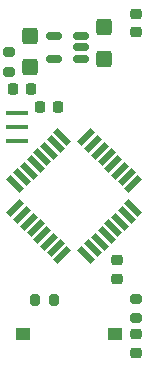
<source format=gbr>
%TF.GenerationSoftware,KiCad,Pcbnew,6.0.11-2627ca5db0~126~ubuntu22.04.1*%
%TF.CreationDate,2023-09-30T14:12:33+02:00*%
%TF.ProjectId,atmega328pb-nano,61746d65-6761-4333-9238-70622d6e616e,rev?*%
%TF.SameCoordinates,Original*%
%TF.FileFunction,Paste,Top*%
%TF.FilePolarity,Positive*%
%FSLAX46Y46*%
G04 Gerber Fmt 4.6, Leading zero omitted, Abs format (unit mm)*
G04 Created by KiCad (PCBNEW 6.0.11-2627ca5db0~126~ubuntu22.04.1) date 2023-09-30 14:12:33*
%MOMM*%
%LPD*%
G01*
G04 APERTURE LIST*
G04 Aperture macros list*
%AMRoundRect*
0 Rectangle with rounded corners*
0 $1 Rounding radius*
0 $2 $3 $4 $5 $6 $7 $8 $9 X,Y pos of 4 corners*
0 Add a 4 corners polygon primitive as box body*
4,1,4,$2,$3,$4,$5,$6,$7,$8,$9,$2,$3,0*
0 Add four circle primitives for the rounded corners*
1,1,$1+$1,$2,$3*
1,1,$1+$1,$4,$5*
1,1,$1+$1,$6,$7*
1,1,$1+$1,$8,$9*
0 Add four rect primitives between the rounded corners*
20,1,$1+$1,$2,$3,$4,$5,0*
20,1,$1+$1,$4,$5,$6,$7,0*
20,1,$1+$1,$6,$7,$8,$9,0*
20,1,$1+$1,$8,$9,$2,$3,0*%
%AMRotRect*
0 Rectangle, with rotation*
0 The origin of the aperture is its center*
0 $1 length*
0 $2 width*
0 $3 Rotation angle, in degrees counterclockwise*
0 Add horizontal line*
21,1,$1,$2,0,0,$3*%
G04 Aperture macros list end*
%ADD10RoundRect,0.200000X-0.200000X-0.275000X0.200000X-0.275000X0.200000X0.275000X-0.200000X0.275000X0*%
%ADD11RoundRect,0.200000X0.275000X-0.200000X0.275000X0.200000X-0.275000X0.200000X-0.275000X-0.200000X0*%
%ADD12RoundRect,0.225000X0.250000X-0.225000X0.250000X0.225000X-0.250000X0.225000X-0.250000X-0.225000X0*%
%ADD13RoundRect,0.218750X0.218750X0.256250X-0.218750X0.256250X-0.218750X-0.256250X0.218750X-0.256250X0*%
%ADD14RoundRect,0.250000X0.425000X-0.450000X0.425000X0.450000X-0.425000X0.450000X-0.425000X-0.450000X0*%
%ADD15R,1.900000X0.400000*%
%ADD16RoundRect,0.225000X-0.225000X-0.250000X0.225000X-0.250000X0.225000X0.250000X-0.225000X0.250000X0*%
%ADD17RoundRect,0.225000X-0.250000X0.225000X-0.250000X-0.225000X0.250000X-0.225000X0.250000X0.225000X0*%
%ADD18RoundRect,0.150000X0.512500X0.150000X-0.512500X0.150000X-0.512500X-0.150000X0.512500X-0.150000X0*%
%ADD19RoundRect,0.218750X0.256250X-0.218750X0.256250X0.218750X-0.256250X0.218750X-0.256250X-0.218750X0*%
%ADD20RotRect,1.600000X0.550000X315.000000*%
%ADD21RotRect,1.600000X0.550000X45.000000*%
%ADD22R,1.250000X1.000000*%
G04 APERTURE END LIST*
D10*
%TO.C,R11*%
X176225000Y-120375000D03*
X177875000Y-120375000D03*
%TD*%
D11*
%TO.C,R20*%
X174075000Y-101050000D03*
X174075000Y-99400000D03*
%TD*%
D12*
%TO.C,C12*%
X183200000Y-118575000D03*
X183200000Y-117025000D03*
%TD*%
D13*
%TO.C,D20*%
X175937500Y-102525000D03*
X174362500Y-102525000D03*
%TD*%
D14*
%TO.C,C21*%
X175875000Y-100700000D03*
X175875000Y-98000000D03*
%TD*%
D11*
%TO.C,R10*%
X184800000Y-121925000D03*
X184800000Y-120275000D03*
%TD*%
D15*
%TO.C,Y1*%
X174725000Y-106950000D03*
X174725000Y-105750000D03*
X174725000Y-104550000D03*
%TD*%
D16*
%TO.C,C10*%
X176650000Y-104050000D03*
X178200000Y-104050000D03*
%TD*%
D17*
%TO.C,C13*%
X184850000Y-96175000D03*
X184850000Y-97725000D03*
%TD*%
D18*
%TO.C,U20*%
X180162500Y-99950000D03*
X180162500Y-99000000D03*
X180162500Y-98050000D03*
X177887500Y-98050000D03*
X177887500Y-99950000D03*
%TD*%
D19*
%TO.C,D10*%
X184800000Y-124887500D03*
X184800000Y-123312500D03*
%TD*%
D20*
%TO.C,U1*%
X178574695Y-106614897D03*
X178009010Y-107180583D03*
X177443324Y-107746268D03*
X176877639Y-108311953D03*
X176311953Y-108877639D03*
X175746268Y-109443324D03*
X175180583Y-110009010D03*
X174614897Y-110574695D03*
D21*
X174614897Y-112625305D03*
X175180583Y-113190990D03*
X175746268Y-113756676D03*
X176311953Y-114322361D03*
X176877639Y-114888047D03*
X177443324Y-115453732D03*
X178009010Y-116019417D03*
X178574695Y-116585103D03*
D20*
X180625305Y-116585103D03*
X181190990Y-116019417D03*
X181756676Y-115453732D03*
X182322361Y-114888047D03*
X182888047Y-114322361D03*
X183453732Y-113756676D03*
X184019417Y-113190990D03*
X184585103Y-112625305D03*
D21*
X184585103Y-110574695D03*
X184019417Y-110009010D03*
X183453732Y-109443324D03*
X182888047Y-108877639D03*
X182322361Y-108311953D03*
X181756676Y-107746268D03*
X181190990Y-107180583D03*
X180625305Y-106614897D03*
%TD*%
D22*
%TO.C,SW1*%
X183025000Y-123300000D03*
X175275000Y-123300000D03*
%TD*%
D14*
%TO.C,C20*%
X182150000Y-100000000D03*
X182150000Y-97300000D03*
%TD*%
M02*

</source>
